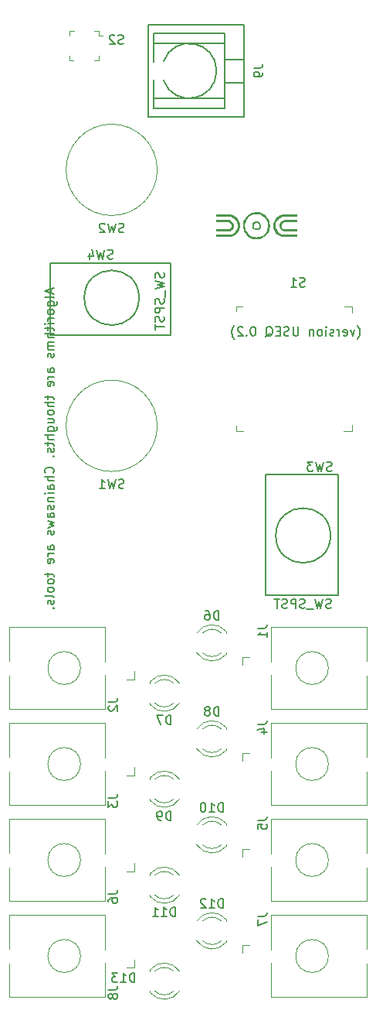
<source format=gbr>
%TF.GenerationSoftware,KiCad,Pcbnew,6.0.2+dfsg-1*%
%TF.CreationDate,2023-09-09T18:17:55+01:00*%
%TF.ProjectId,useq,75736571-2e6b-4696-9361-645f70636258,rev?*%
%TF.SameCoordinates,Original*%
%TF.FileFunction,Legend,Bot*%
%TF.FilePolarity,Positive*%
%FSLAX46Y46*%
G04 Gerber Fmt 4.6, Leading zero omitted, Abs format (unit mm)*
G04 Created by KiCad (PCBNEW 6.0.2+dfsg-1) date 2023-09-09 18:17:55*
%MOMM*%
%LPD*%
G01*
G04 APERTURE LIST*
%ADD10C,0.150000*%
%ADD11C,0.120000*%
%ADD12C,0.100000*%
G04 APERTURE END LIST*
D10*
X150866666Y-49500000D02*
X150866666Y-49976190D01*
X151152380Y-49404761D02*
X150152380Y-49738095D01*
X151152380Y-50071428D01*
X151152380Y-50547619D02*
X151104761Y-50452380D01*
X151009523Y-50404761D01*
X150152380Y-50404761D01*
X150485714Y-51357142D02*
X151295238Y-51357142D01*
X151390476Y-51309523D01*
X151438095Y-51261904D01*
X151485714Y-51166666D01*
X151485714Y-51023809D01*
X151438095Y-50928571D01*
X151104761Y-51357142D02*
X151152380Y-51261904D01*
X151152380Y-51071428D01*
X151104761Y-50976190D01*
X151057142Y-50928571D01*
X150961904Y-50880952D01*
X150676190Y-50880952D01*
X150580952Y-50928571D01*
X150533333Y-50976190D01*
X150485714Y-51071428D01*
X150485714Y-51261904D01*
X150533333Y-51357142D01*
X151152380Y-51976190D02*
X151104761Y-51880952D01*
X151057142Y-51833333D01*
X150961904Y-51785714D01*
X150676190Y-51785714D01*
X150580952Y-51833333D01*
X150533333Y-51880952D01*
X150485714Y-51976190D01*
X150485714Y-52119047D01*
X150533333Y-52214285D01*
X150580952Y-52261904D01*
X150676190Y-52309523D01*
X150961904Y-52309523D01*
X151057142Y-52261904D01*
X151104761Y-52214285D01*
X151152380Y-52119047D01*
X151152380Y-51976190D01*
X151152380Y-52738095D02*
X150485714Y-52738095D01*
X150676190Y-52738095D02*
X150580952Y-52785714D01*
X150533333Y-52833333D01*
X150485714Y-52928571D01*
X150485714Y-53023809D01*
X151152380Y-53357142D02*
X150485714Y-53357142D01*
X150152380Y-53357142D02*
X150200000Y-53309523D01*
X150247619Y-53357142D01*
X150200000Y-53404761D01*
X150152380Y-53357142D01*
X150247619Y-53357142D01*
X150485714Y-53690476D02*
X150485714Y-54071428D01*
X150152380Y-53833333D02*
X151009523Y-53833333D01*
X151104761Y-53880952D01*
X151152380Y-53976190D01*
X151152380Y-54071428D01*
X151152380Y-54404761D02*
X150152380Y-54404761D01*
X151152380Y-54833333D02*
X150628571Y-54833333D01*
X150533333Y-54785714D01*
X150485714Y-54690476D01*
X150485714Y-54547619D01*
X150533333Y-54452380D01*
X150580952Y-54404761D01*
X151152380Y-55309523D02*
X150485714Y-55309523D01*
X150580952Y-55309523D02*
X150533333Y-55357142D01*
X150485714Y-55452380D01*
X150485714Y-55595238D01*
X150533333Y-55690476D01*
X150628571Y-55738095D01*
X151152380Y-55738095D01*
X150628571Y-55738095D02*
X150533333Y-55785714D01*
X150485714Y-55880952D01*
X150485714Y-56023809D01*
X150533333Y-56119047D01*
X150628571Y-56166666D01*
X151152380Y-56166666D01*
X151104761Y-56595238D02*
X151152380Y-56690476D01*
X151152380Y-56880952D01*
X151104761Y-56976190D01*
X151009523Y-57023809D01*
X150961904Y-57023809D01*
X150866666Y-56976190D01*
X150819047Y-56880952D01*
X150819047Y-56738095D01*
X150771428Y-56642857D01*
X150676190Y-56595238D01*
X150628571Y-56595238D01*
X150533333Y-56642857D01*
X150485714Y-56738095D01*
X150485714Y-56880952D01*
X150533333Y-56976190D01*
X151152380Y-58642857D02*
X150628571Y-58642857D01*
X150533333Y-58595238D01*
X150485714Y-58500000D01*
X150485714Y-58309523D01*
X150533333Y-58214285D01*
X151104761Y-58642857D02*
X151152380Y-58547619D01*
X151152380Y-58309523D01*
X151104761Y-58214285D01*
X151009523Y-58166666D01*
X150914285Y-58166666D01*
X150819047Y-58214285D01*
X150771428Y-58309523D01*
X150771428Y-58547619D01*
X150723809Y-58642857D01*
X151152380Y-59119047D02*
X150485714Y-59119047D01*
X150676190Y-59119047D02*
X150580952Y-59166666D01*
X150533333Y-59214285D01*
X150485714Y-59309523D01*
X150485714Y-59404761D01*
X151104761Y-60119047D02*
X151152380Y-60023809D01*
X151152380Y-59833333D01*
X151104761Y-59738095D01*
X151009523Y-59690476D01*
X150628571Y-59690476D01*
X150533333Y-59738095D01*
X150485714Y-59833333D01*
X150485714Y-60023809D01*
X150533333Y-60119047D01*
X150628571Y-60166666D01*
X150723809Y-60166666D01*
X150819047Y-59690476D01*
X150485714Y-61214285D02*
X150485714Y-61595238D01*
X150152380Y-61357142D02*
X151009523Y-61357142D01*
X151104761Y-61404761D01*
X151152380Y-61500000D01*
X151152380Y-61595238D01*
X151152380Y-61928571D02*
X150152380Y-61928571D01*
X151152380Y-62357142D02*
X150628571Y-62357142D01*
X150533333Y-62309523D01*
X150485714Y-62214285D01*
X150485714Y-62071428D01*
X150533333Y-61976190D01*
X150580952Y-61928571D01*
X151152380Y-62976190D02*
X151104761Y-62880952D01*
X151057142Y-62833333D01*
X150961904Y-62785714D01*
X150676190Y-62785714D01*
X150580952Y-62833333D01*
X150533333Y-62880952D01*
X150485714Y-62976190D01*
X150485714Y-63119047D01*
X150533333Y-63214285D01*
X150580952Y-63261904D01*
X150676190Y-63309523D01*
X150961904Y-63309523D01*
X151057142Y-63261904D01*
X151104761Y-63214285D01*
X151152380Y-63119047D01*
X151152380Y-62976190D01*
X150485714Y-64166666D02*
X151152380Y-64166666D01*
X150485714Y-63738095D02*
X151009523Y-63738095D01*
X151104761Y-63785714D01*
X151152380Y-63880952D01*
X151152380Y-64023809D01*
X151104761Y-64119047D01*
X151057142Y-64166666D01*
X150485714Y-65071428D02*
X151295238Y-65071428D01*
X151390476Y-65023809D01*
X151438095Y-64976190D01*
X151485714Y-64880952D01*
X151485714Y-64738095D01*
X151438095Y-64642857D01*
X151104761Y-65071428D02*
X151152380Y-64976190D01*
X151152380Y-64785714D01*
X151104761Y-64690476D01*
X151057142Y-64642857D01*
X150961904Y-64595238D01*
X150676190Y-64595238D01*
X150580952Y-64642857D01*
X150533333Y-64690476D01*
X150485714Y-64785714D01*
X150485714Y-64976190D01*
X150533333Y-65071428D01*
X151152380Y-65547619D02*
X150152380Y-65547619D01*
X151152380Y-65976190D02*
X150628571Y-65976190D01*
X150533333Y-65928571D01*
X150485714Y-65833333D01*
X150485714Y-65690476D01*
X150533333Y-65595238D01*
X150580952Y-65547619D01*
X150485714Y-66309523D02*
X150485714Y-66690476D01*
X150152380Y-66452380D02*
X151009523Y-66452380D01*
X151104761Y-66499999D01*
X151152380Y-66595238D01*
X151152380Y-66690476D01*
X151104761Y-66976190D02*
X151152380Y-67071428D01*
X151152380Y-67261904D01*
X151104761Y-67357142D01*
X151009523Y-67404761D01*
X150961904Y-67404761D01*
X150866666Y-67357142D01*
X150819047Y-67261904D01*
X150819047Y-67119047D01*
X150771428Y-67023809D01*
X150676190Y-66976190D01*
X150628571Y-66976190D01*
X150533333Y-67023809D01*
X150485714Y-67119047D01*
X150485714Y-67261904D01*
X150533333Y-67357142D01*
X151057142Y-67833333D02*
X151104761Y-67880952D01*
X151152380Y-67833333D01*
X151104761Y-67785714D01*
X151057142Y-67833333D01*
X151152380Y-67833333D01*
X151057142Y-69642857D02*
X151104761Y-69595238D01*
X151152380Y-69452380D01*
X151152380Y-69357142D01*
X151104761Y-69214285D01*
X151009523Y-69119047D01*
X150914285Y-69071428D01*
X150723809Y-69023809D01*
X150580952Y-69023809D01*
X150390476Y-69071428D01*
X150295238Y-69119047D01*
X150200000Y-69214285D01*
X150152380Y-69357142D01*
X150152380Y-69452380D01*
X150200000Y-69595238D01*
X150247619Y-69642857D01*
X151152380Y-70071428D02*
X150152380Y-70071428D01*
X151152380Y-70499999D02*
X150628571Y-70499999D01*
X150533333Y-70452380D01*
X150485714Y-70357142D01*
X150485714Y-70214285D01*
X150533333Y-70119047D01*
X150580952Y-70071428D01*
X151152380Y-71404761D02*
X150628571Y-71404761D01*
X150533333Y-71357142D01*
X150485714Y-71261904D01*
X150485714Y-71071428D01*
X150533333Y-70976190D01*
X151104761Y-71404761D02*
X151152380Y-71309523D01*
X151152380Y-71071428D01*
X151104761Y-70976190D01*
X151009523Y-70928571D01*
X150914285Y-70928571D01*
X150819047Y-70976190D01*
X150771428Y-71071428D01*
X150771428Y-71309523D01*
X150723809Y-71404761D01*
X151152380Y-71880952D02*
X150485714Y-71880952D01*
X150152380Y-71880952D02*
X150200000Y-71833333D01*
X150247619Y-71880952D01*
X150200000Y-71928571D01*
X150152380Y-71880952D01*
X150247619Y-71880952D01*
X150485714Y-72357142D02*
X151152380Y-72357142D01*
X150580952Y-72357142D02*
X150533333Y-72404761D01*
X150485714Y-72499999D01*
X150485714Y-72642857D01*
X150533333Y-72738095D01*
X150628571Y-72785714D01*
X151152380Y-72785714D01*
X151104761Y-73214285D02*
X151152380Y-73309523D01*
X151152380Y-73499999D01*
X151104761Y-73595238D01*
X151009523Y-73642857D01*
X150961904Y-73642857D01*
X150866666Y-73595238D01*
X150819047Y-73499999D01*
X150819047Y-73357142D01*
X150771428Y-73261904D01*
X150676190Y-73214285D01*
X150628571Y-73214285D01*
X150533333Y-73261904D01*
X150485714Y-73357142D01*
X150485714Y-73499999D01*
X150533333Y-73595238D01*
X151152380Y-74499999D02*
X150628571Y-74499999D01*
X150533333Y-74452380D01*
X150485714Y-74357142D01*
X150485714Y-74166666D01*
X150533333Y-74071428D01*
X151104761Y-74499999D02*
X151152380Y-74404761D01*
X151152380Y-74166666D01*
X151104761Y-74071428D01*
X151009523Y-74023809D01*
X150914285Y-74023809D01*
X150819047Y-74071428D01*
X150771428Y-74166666D01*
X150771428Y-74404761D01*
X150723809Y-74499999D01*
X150485714Y-74880952D02*
X151152380Y-75071428D01*
X150676190Y-75261904D01*
X151152380Y-75452380D01*
X150485714Y-75642857D01*
X151104761Y-75976190D02*
X151152380Y-76071428D01*
X151152380Y-76261904D01*
X151104761Y-76357142D01*
X151009523Y-76404761D01*
X150961904Y-76404761D01*
X150866666Y-76357142D01*
X150819047Y-76261904D01*
X150819047Y-76119047D01*
X150771428Y-76023809D01*
X150676190Y-75976190D01*
X150628571Y-75976190D01*
X150533333Y-76023809D01*
X150485714Y-76119047D01*
X150485714Y-76261904D01*
X150533333Y-76357142D01*
X151152380Y-78023809D02*
X150628571Y-78023809D01*
X150533333Y-77976190D01*
X150485714Y-77880952D01*
X150485714Y-77690476D01*
X150533333Y-77595238D01*
X151104761Y-78023809D02*
X151152380Y-77928571D01*
X151152380Y-77690476D01*
X151104761Y-77595238D01*
X151009523Y-77547619D01*
X150914285Y-77547619D01*
X150819047Y-77595238D01*
X150771428Y-77690476D01*
X150771428Y-77928571D01*
X150723809Y-78023809D01*
X151152380Y-78499999D02*
X150485714Y-78499999D01*
X150676190Y-78499999D02*
X150580952Y-78547619D01*
X150533333Y-78595238D01*
X150485714Y-78690476D01*
X150485714Y-78785714D01*
X151104761Y-79499999D02*
X151152380Y-79404761D01*
X151152380Y-79214285D01*
X151104761Y-79119047D01*
X151009523Y-79071428D01*
X150628571Y-79071428D01*
X150533333Y-79119047D01*
X150485714Y-79214285D01*
X150485714Y-79404761D01*
X150533333Y-79499999D01*
X150628571Y-79547619D01*
X150723809Y-79547619D01*
X150819047Y-79071428D01*
X150485714Y-80595238D02*
X150485714Y-80976190D01*
X150152380Y-80738095D02*
X151009523Y-80738095D01*
X151104761Y-80785714D01*
X151152380Y-80880952D01*
X151152380Y-80976190D01*
X151152380Y-81452380D02*
X151104761Y-81357142D01*
X151057142Y-81309523D01*
X150961904Y-81261904D01*
X150676190Y-81261904D01*
X150580952Y-81309523D01*
X150533333Y-81357142D01*
X150485714Y-81452380D01*
X150485714Y-81595238D01*
X150533333Y-81690476D01*
X150580952Y-81738095D01*
X150676190Y-81785714D01*
X150961904Y-81785714D01*
X151057142Y-81738095D01*
X151104761Y-81690476D01*
X151152380Y-81595238D01*
X151152380Y-81452380D01*
X151152380Y-82357142D02*
X151104761Y-82261904D01*
X151057142Y-82214285D01*
X150961904Y-82166666D01*
X150676190Y-82166666D01*
X150580952Y-82214285D01*
X150533333Y-82261904D01*
X150485714Y-82357142D01*
X150485714Y-82499999D01*
X150533333Y-82595238D01*
X150580952Y-82642857D01*
X150676190Y-82690476D01*
X150961904Y-82690476D01*
X151057142Y-82642857D01*
X151104761Y-82595238D01*
X151152380Y-82499999D01*
X151152380Y-82357142D01*
X151152380Y-83261904D02*
X151104761Y-83166666D01*
X151009523Y-83119047D01*
X150152380Y-83119047D01*
X151104761Y-83595238D02*
X151152380Y-83690476D01*
X151152380Y-83880952D01*
X151104761Y-83976190D01*
X151009523Y-84023809D01*
X150961904Y-84023809D01*
X150866666Y-83976190D01*
X150819047Y-83880952D01*
X150819047Y-83738095D01*
X150771428Y-83642857D01*
X150676190Y-83595238D01*
X150628571Y-83595238D01*
X150533333Y-83642857D01*
X150485714Y-83738095D01*
X150485714Y-83880952D01*
X150533333Y-83976190D01*
X151057142Y-84452380D02*
X151104761Y-84499999D01*
X151152380Y-84452380D01*
X151104761Y-84404761D01*
X151057142Y-84452380D01*
X151152380Y-84452380D01*
X184438095Y-55033333D02*
X184485714Y-54985714D01*
X184580952Y-54842857D01*
X184628571Y-54747619D01*
X184676190Y-54604761D01*
X184723809Y-54366666D01*
X184723809Y-54176190D01*
X184676190Y-53938095D01*
X184628571Y-53795238D01*
X184580952Y-53700000D01*
X184485714Y-53557142D01*
X184438095Y-53509523D01*
X184152380Y-53985714D02*
X183914285Y-54652380D01*
X183676190Y-53985714D01*
X182914285Y-54604761D02*
X183009523Y-54652380D01*
X183200000Y-54652380D01*
X183295238Y-54604761D01*
X183342857Y-54509523D01*
X183342857Y-54128571D01*
X183295238Y-54033333D01*
X183200000Y-53985714D01*
X183009523Y-53985714D01*
X182914285Y-54033333D01*
X182866666Y-54128571D01*
X182866666Y-54223809D01*
X183342857Y-54319047D01*
X182438095Y-54652380D02*
X182438095Y-53985714D01*
X182438095Y-54176190D02*
X182390476Y-54080952D01*
X182342857Y-54033333D01*
X182247619Y-53985714D01*
X182152380Y-53985714D01*
X181866666Y-54604761D02*
X181771428Y-54652380D01*
X181580952Y-54652380D01*
X181485714Y-54604761D01*
X181438095Y-54509523D01*
X181438095Y-54461904D01*
X181485714Y-54366666D01*
X181580952Y-54319047D01*
X181723809Y-54319047D01*
X181819047Y-54271428D01*
X181866666Y-54176190D01*
X181866666Y-54128571D01*
X181819047Y-54033333D01*
X181723809Y-53985714D01*
X181580952Y-53985714D01*
X181485714Y-54033333D01*
X181009523Y-54652380D02*
X181009523Y-53985714D01*
X181009523Y-53652380D02*
X181057142Y-53700000D01*
X181009523Y-53747619D01*
X180961904Y-53700000D01*
X181009523Y-53652380D01*
X181009523Y-53747619D01*
X180390476Y-54652380D02*
X180485714Y-54604761D01*
X180533333Y-54557142D01*
X180580952Y-54461904D01*
X180580952Y-54176190D01*
X180533333Y-54080952D01*
X180485714Y-54033333D01*
X180390476Y-53985714D01*
X180247619Y-53985714D01*
X180152380Y-54033333D01*
X180104761Y-54080952D01*
X180057142Y-54176190D01*
X180057142Y-54461904D01*
X180104761Y-54557142D01*
X180152380Y-54604761D01*
X180247619Y-54652380D01*
X180390476Y-54652380D01*
X179628571Y-53985714D02*
X179628571Y-54652380D01*
X179628571Y-54080952D02*
X179580952Y-54033333D01*
X179485714Y-53985714D01*
X179342857Y-53985714D01*
X179247619Y-54033333D01*
X179200000Y-54128571D01*
X179200000Y-54652380D01*
X177961904Y-53652380D02*
X177961904Y-54461904D01*
X177914285Y-54557142D01*
X177866666Y-54604761D01*
X177771428Y-54652380D01*
X177580952Y-54652380D01*
X177485714Y-54604761D01*
X177438095Y-54557142D01*
X177390476Y-54461904D01*
X177390476Y-53652380D01*
X176961904Y-54604761D02*
X176819047Y-54652380D01*
X176580952Y-54652380D01*
X176485714Y-54604761D01*
X176438095Y-54557142D01*
X176390476Y-54461904D01*
X176390476Y-54366666D01*
X176438095Y-54271428D01*
X176485714Y-54223809D01*
X176580952Y-54176190D01*
X176771428Y-54128571D01*
X176866666Y-54080952D01*
X176914285Y-54033333D01*
X176961904Y-53938095D01*
X176961904Y-53842857D01*
X176914285Y-53747619D01*
X176866666Y-53700000D01*
X176771428Y-53652380D01*
X176533333Y-53652380D01*
X176390476Y-53700000D01*
X175961904Y-54128571D02*
X175628571Y-54128571D01*
X175485714Y-54652380D02*
X175961904Y-54652380D01*
X175961904Y-53652380D01*
X175485714Y-53652380D01*
X174390476Y-54747619D02*
X174485714Y-54700000D01*
X174580952Y-54604761D01*
X174723809Y-54461904D01*
X174819047Y-54414285D01*
X174914285Y-54414285D01*
X174866666Y-54652380D02*
X174961904Y-54604761D01*
X175057142Y-54509523D01*
X175104761Y-54319047D01*
X175104761Y-53985714D01*
X175057142Y-53795238D01*
X174961904Y-53700000D01*
X174866666Y-53652380D01*
X174676190Y-53652380D01*
X174580952Y-53700000D01*
X174485714Y-53795238D01*
X174438095Y-53985714D01*
X174438095Y-54319047D01*
X174485714Y-54509523D01*
X174580952Y-54604761D01*
X174676190Y-54652380D01*
X174866666Y-54652380D01*
X173057142Y-53652380D02*
X172961904Y-53652380D01*
X172866666Y-53700000D01*
X172819047Y-53747619D01*
X172771428Y-53842857D01*
X172723809Y-54033333D01*
X172723809Y-54271428D01*
X172771428Y-54461904D01*
X172819047Y-54557142D01*
X172866666Y-54604761D01*
X172961904Y-54652380D01*
X173057142Y-54652380D01*
X173152380Y-54604761D01*
X173200000Y-54557142D01*
X173247619Y-54461904D01*
X173295238Y-54271428D01*
X173295238Y-54033333D01*
X173247619Y-53842857D01*
X173200000Y-53747619D01*
X173152380Y-53700000D01*
X173057142Y-53652380D01*
X172295238Y-54557142D02*
X172247619Y-54604761D01*
X172295238Y-54652380D01*
X172342857Y-54604761D01*
X172295238Y-54557142D01*
X172295238Y-54652380D01*
X171866666Y-53747619D02*
X171819047Y-53700000D01*
X171723809Y-53652380D01*
X171485714Y-53652380D01*
X171390476Y-53700000D01*
X171342857Y-53747619D01*
X171295238Y-53842857D01*
X171295238Y-53938095D01*
X171342857Y-54080952D01*
X171914285Y-54652380D01*
X171295238Y-54652380D01*
X170961904Y-55033333D02*
X170914285Y-54985714D01*
X170819047Y-54842857D01*
X170771428Y-54747619D01*
X170723809Y-54604761D01*
X170676190Y-54366666D01*
X170676190Y-54176190D01*
X170723809Y-53938095D01*
X170771428Y-53795238D01*
X170819047Y-53700000D01*
X170914285Y-53557142D01*
X170961904Y-53509523D01*
%TO.C,SW3*%
X181633333Y-69404761D02*
X181490476Y-69452380D01*
X181252380Y-69452380D01*
X181157142Y-69404761D01*
X181109523Y-69357142D01*
X181061904Y-69261904D01*
X181061904Y-69166666D01*
X181109523Y-69071428D01*
X181157142Y-69023809D01*
X181252380Y-68976190D01*
X181442857Y-68928571D01*
X181538095Y-68880952D01*
X181585714Y-68833333D01*
X181633333Y-68738095D01*
X181633333Y-68642857D01*
X181585714Y-68547619D01*
X181538095Y-68500000D01*
X181442857Y-68452380D01*
X181204761Y-68452380D01*
X181061904Y-68500000D01*
X180728571Y-68452380D02*
X180490476Y-69452380D01*
X180300000Y-68738095D01*
X180109523Y-69452380D01*
X179871428Y-68452380D01*
X179585714Y-68452380D02*
X178966666Y-68452380D01*
X179300000Y-68833333D01*
X179157142Y-68833333D01*
X179061904Y-68880952D01*
X179014285Y-68928571D01*
X178966666Y-69023809D01*
X178966666Y-69261904D01*
X179014285Y-69357142D01*
X179061904Y-69404761D01*
X179157142Y-69452380D01*
X179442857Y-69452380D01*
X179538095Y-69404761D01*
X179585714Y-69357142D01*
X181571428Y-84404761D02*
X181428571Y-84452380D01*
X181190476Y-84452380D01*
X181095238Y-84404761D01*
X181047619Y-84357142D01*
X181000000Y-84261904D01*
X181000000Y-84166666D01*
X181047619Y-84071428D01*
X181095238Y-84023809D01*
X181190476Y-83976190D01*
X181380952Y-83928571D01*
X181476190Y-83880952D01*
X181523809Y-83833333D01*
X181571428Y-83738095D01*
X181571428Y-83642857D01*
X181523809Y-83547619D01*
X181476190Y-83500000D01*
X181380952Y-83452380D01*
X181142857Y-83452380D01*
X181000000Y-83500000D01*
X180666666Y-83452380D02*
X180428571Y-84452380D01*
X180238095Y-83738095D01*
X180047619Y-84452380D01*
X179809523Y-83452380D01*
X179666666Y-84547619D02*
X178904761Y-84547619D01*
X178714285Y-84404761D02*
X178571428Y-84452380D01*
X178333333Y-84452380D01*
X178238095Y-84404761D01*
X178190476Y-84357142D01*
X178142857Y-84261904D01*
X178142857Y-84166666D01*
X178190476Y-84071428D01*
X178238095Y-84023809D01*
X178333333Y-83976190D01*
X178523809Y-83928571D01*
X178619047Y-83880952D01*
X178666666Y-83833333D01*
X178714285Y-83738095D01*
X178714285Y-83642857D01*
X178666666Y-83547619D01*
X178619047Y-83500000D01*
X178523809Y-83452380D01*
X178285714Y-83452380D01*
X178142857Y-83500000D01*
X177714285Y-84452380D02*
X177714285Y-83452380D01*
X177333333Y-83452380D01*
X177238095Y-83500000D01*
X177190476Y-83547619D01*
X177142857Y-83642857D01*
X177142857Y-83785714D01*
X177190476Y-83880952D01*
X177238095Y-83928571D01*
X177333333Y-83976190D01*
X177714285Y-83976190D01*
X176761904Y-84404761D02*
X176619047Y-84452380D01*
X176380952Y-84452380D01*
X176285714Y-84404761D01*
X176238095Y-84357142D01*
X176190476Y-84261904D01*
X176190476Y-84166666D01*
X176238095Y-84071428D01*
X176285714Y-84023809D01*
X176380952Y-83976190D01*
X176571428Y-83928571D01*
X176666666Y-83880952D01*
X176714285Y-83833333D01*
X176761904Y-83738095D01*
X176761904Y-83642857D01*
X176714285Y-83547619D01*
X176666666Y-83500000D01*
X176571428Y-83452380D01*
X176333333Y-83452380D01*
X176190476Y-83500000D01*
X175904761Y-83452380D02*
X175333333Y-83452380D01*
X175619047Y-84452380D02*
X175619047Y-83452380D01*
%TO.C,SW2*%
X158833333Y-43304761D02*
X158690476Y-43352380D01*
X158452380Y-43352380D01*
X158357142Y-43304761D01*
X158309523Y-43257142D01*
X158261904Y-43161904D01*
X158261904Y-43066666D01*
X158309523Y-42971428D01*
X158357142Y-42923809D01*
X158452380Y-42876190D01*
X158642857Y-42828571D01*
X158738095Y-42780952D01*
X158785714Y-42733333D01*
X158833333Y-42638095D01*
X158833333Y-42542857D01*
X158785714Y-42447619D01*
X158738095Y-42400000D01*
X158642857Y-42352380D01*
X158404761Y-42352380D01*
X158261904Y-42400000D01*
X157928571Y-42352380D02*
X157690476Y-43352380D01*
X157500000Y-42638095D01*
X157309523Y-43352380D01*
X157071428Y-42352380D01*
X156738095Y-42447619D02*
X156690476Y-42400000D01*
X156595238Y-42352380D01*
X156357142Y-42352380D01*
X156261904Y-42400000D01*
X156214285Y-42447619D01*
X156166666Y-42542857D01*
X156166666Y-42638095D01*
X156214285Y-42780952D01*
X156785714Y-43352380D01*
X156166666Y-43352380D01*
%TO.C,D12*%
X169719285Y-117242380D02*
X169719285Y-116242380D01*
X169481190Y-116242380D01*
X169338333Y-116290000D01*
X169243095Y-116385238D01*
X169195476Y-116480476D01*
X169147857Y-116670952D01*
X169147857Y-116813809D01*
X169195476Y-117004285D01*
X169243095Y-117099523D01*
X169338333Y-117194761D01*
X169481190Y-117242380D01*
X169719285Y-117242380D01*
X168195476Y-117242380D02*
X168766904Y-117242380D01*
X168481190Y-117242380D02*
X168481190Y-116242380D01*
X168576428Y-116385238D01*
X168671666Y-116480476D01*
X168766904Y-116528095D01*
X167814523Y-116337619D02*
X167766904Y-116290000D01*
X167671666Y-116242380D01*
X167433571Y-116242380D01*
X167338333Y-116290000D01*
X167290714Y-116337619D01*
X167243095Y-116432857D01*
X167243095Y-116528095D01*
X167290714Y-116670952D01*
X167862142Y-117242380D01*
X167243095Y-117242380D01*
%TO.C,D6*%
X169243095Y-85742380D02*
X169243095Y-84742380D01*
X169005000Y-84742380D01*
X168862142Y-84790000D01*
X168766904Y-84885238D01*
X168719285Y-84980476D01*
X168671666Y-85170952D01*
X168671666Y-85313809D01*
X168719285Y-85504285D01*
X168766904Y-85599523D01*
X168862142Y-85694761D01*
X169005000Y-85742380D01*
X169243095Y-85742380D01*
X167814523Y-84742380D02*
X168005000Y-84742380D01*
X168100238Y-84790000D01*
X168147857Y-84837619D01*
X168243095Y-84980476D01*
X168290714Y-85170952D01*
X168290714Y-85551904D01*
X168243095Y-85647142D01*
X168195476Y-85694761D01*
X168100238Y-85742380D01*
X167909761Y-85742380D01*
X167814523Y-85694761D01*
X167766904Y-85647142D01*
X167719285Y-85551904D01*
X167719285Y-85313809D01*
X167766904Y-85218571D01*
X167814523Y-85170952D01*
X167909761Y-85123333D01*
X168100238Y-85123333D01*
X168195476Y-85170952D01*
X168243095Y-85218571D01*
X168290714Y-85313809D01*
%TO.C,S2*%
X158761904Y-22704761D02*
X158619047Y-22752380D01*
X158380952Y-22752380D01*
X158285714Y-22704761D01*
X158238095Y-22657142D01*
X158190476Y-22561904D01*
X158190476Y-22466666D01*
X158238095Y-22371428D01*
X158285714Y-22323809D01*
X158380952Y-22276190D01*
X158571428Y-22228571D01*
X158666666Y-22180952D01*
X158714285Y-22133333D01*
X158761904Y-22038095D01*
X158761904Y-21942857D01*
X158714285Y-21847619D01*
X158666666Y-21800000D01*
X158571428Y-21752380D01*
X158333333Y-21752380D01*
X158190476Y-21800000D01*
X157809523Y-21847619D02*
X157761904Y-21800000D01*
X157666666Y-21752380D01*
X157428571Y-21752380D01*
X157333333Y-21800000D01*
X157285714Y-21847619D01*
X157238095Y-21942857D01*
X157238095Y-22038095D01*
X157285714Y-22180952D01*
X157857142Y-22752380D01*
X157238095Y-22752380D01*
%TO.C,SW1*%
X158833333Y-71304761D02*
X158690476Y-71352380D01*
X158452380Y-71352380D01*
X158357142Y-71304761D01*
X158309523Y-71257142D01*
X158261904Y-71161904D01*
X158261904Y-71066666D01*
X158309523Y-70971428D01*
X158357142Y-70923809D01*
X158452380Y-70876190D01*
X158642857Y-70828571D01*
X158738095Y-70780952D01*
X158785714Y-70733333D01*
X158833333Y-70638095D01*
X158833333Y-70542857D01*
X158785714Y-70447619D01*
X158738095Y-70400000D01*
X158642857Y-70352380D01*
X158404761Y-70352380D01*
X158261904Y-70400000D01*
X157928571Y-70352380D02*
X157690476Y-71352380D01*
X157500000Y-70638095D01*
X157309523Y-71352380D01*
X157071428Y-70352380D01*
X156166666Y-71352380D02*
X156738095Y-71352380D01*
X156452380Y-71352380D02*
X156452380Y-70352380D01*
X156547619Y-70495238D01*
X156642857Y-70590476D01*
X156738095Y-70638095D01*
%TO.C,J7*%
X173532380Y-118136666D02*
X174246666Y-118136666D01*
X174389523Y-118089047D01*
X174484761Y-117993809D01*
X174532380Y-117850952D01*
X174532380Y-117755714D01*
X173532380Y-118517619D02*
X173532380Y-119184285D01*
X174532380Y-118755714D01*
%TO.C,D13*%
X160014285Y-125352380D02*
X160014285Y-124352380D01*
X159776190Y-124352380D01*
X159633333Y-124400000D01*
X159538095Y-124495238D01*
X159490476Y-124590476D01*
X159442857Y-124780952D01*
X159442857Y-124923809D01*
X159490476Y-125114285D01*
X159538095Y-125209523D01*
X159633333Y-125304761D01*
X159776190Y-125352380D01*
X160014285Y-125352380D01*
X158490476Y-125352380D02*
X159061904Y-125352380D01*
X158776190Y-125352380D02*
X158776190Y-124352380D01*
X158871428Y-124495238D01*
X158966666Y-124590476D01*
X159061904Y-124638095D01*
X158157142Y-124352380D02*
X157538095Y-124352380D01*
X157871428Y-124733333D01*
X157728571Y-124733333D01*
X157633333Y-124780952D01*
X157585714Y-124828571D01*
X157538095Y-124923809D01*
X157538095Y-125161904D01*
X157585714Y-125257142D01*
X157633333Y-125304761D01*
X157728571Y-125352380D01*
X158014285Y-125352380D01*
X158109523Y-125304761D01*
X158157142Y-125257142D01*
%TO.C,J4*%
X173532380Y-97136666D02*
X174246666Y-97136666D01*
X174389523Y-97089047D01*
X174484761Y-96993809D01*
X174532380Y-96850952D01*
X174532380Y-96755714D01*
X173865714Y-98041428D02*
X174532380Y-98041428D01*
X173484761Y-97803333D02*
X174199047Y-97565238D01*
X174199047Y-98184285D01*
%TO.C,D7*%
X164008095Y-97162380D02*
X164008095Y-96162380D01*
X163770000Y-96162380D01*
X163627142Y-96210000D01*
X163531904Y-96305238D01*
X163484285Y-96400476D01*
X163436666Y-96590952D01*
X163436666Y-96733809D01*
X163484285Y-96924285D01*
X163531904Y-97019523D01*
X163627142Y-97114761D01*
X163770000Y-97162380D01*
X164008095Y-97162380D01*
X163103333Y-96162380D02*
X162436666Y-96162380D01*
X162865238Y-97162380D01*
%TO.C,J3*%
X157152380Y-105196666D02*
X157866666Y-105196666D01*
X158009523Y-105149047D01*
X158104761Y-105053809D01*
X158152380Y-104910952D01*
X158152380Y-104815714D01*
X157152380Y-105577619D02*
X157152380Y-106196666D01*
X157533333Y-105863333D01*
X157533333Y-106006190D01*
X157580952Y-106101428D01*
X157628571Y-106149047D01*
X157723809Y-106196666D01*
X157961904Y-106196666D01*
X158057142Y-106149047D01*
X158104761Y-106101428D01*
X158152380Y-106006190D01*
X158152380Y-105720476D01*
X158104761Y-105625238D01*
X158057142Y-105577619D01*
%TO.C,D9*%
X164008095Y-107662380D02*
X164008095Y-106662380D01*
X163770000Y-106662380D01*
X163627142Y-106710000D01*
X163531904Y-106805238D01*
X163484285Y-106900476D01*
X163436666Y-107090952D01*
X163436666Y-107233809D01*
X163484285Y-107424285D01*
X163531904Y-107519523D01*
X163627142Y-107614761D01*
X163770000Y-107662380D01*
X164008095Y-107662380D01*
X162960476Y-107662380D02*
X162770000Y-107662380D01*
X162674761Y-107614761D01*
X162627142Y-107567142D01*
X162531904Y-107424285D01*
X162484285Y-107233809D01*
X162484285Y-106852857D01*
X162531904Y-106757619D01*
X162579523Y-106710000D01*
X162674761Y-106662380D01*
X162865238Y-106662380D01*
X162960476Y-106710000D01*
X163008095Y-106757619D01*
X163055714Y-106852857D01*
X163055714Y-107090952D01*
X163008095Y-107186190D01*
X162960476Y-107233809D01*
X162865238Y-107281428D01*
X162674761Y-107281428D01*
X162579523Y-107233809D01*
X162531904Y-107186190D01*
X162484285Y-107090952D01*
%TO.C,J9*%
X173072380Y-25341666D02*
X173786666Y-25341666D01*
X173929523Y-25294047D01*
X174024761Y-25198809D01*
X174072380Y-25055952D01*
X174072380Y-24960714D01*
X174072380Y-25865476D02*
X174072380Y-26055952D01*
X174024761Y-26151190D01*
X173977142Y-26198809D01*
X173834285Y-26294047D01*
X173643809Y-26341666D01*
X173262857Y-26341666D01*
X173167619Y-26294047D01*
X173120000Y-26246428D01*
X173072380Y-26151190D01*
X173072380Y-25960714D01*
X173120000Y-25865476D01*
X173167619Y-25817857D01*
X173262857Y-25770238D01*
X173500952Y-25770238D01*
X173596190Y-25817857D01*
X173643809Y-25865476D01*
X173691428Y-25960714D01*
X173691428Y-26151190D01*
X173643809Y-26246428D01*
X173596190Y-26294047D01*
X173500952Y-26341666D01*
%TO.C,J1*%
X173532380Y-86636666D02*
X174246666Y-86636666D01*
X174389523Y-86589047D01*
X174484761Y-86493809D01*
X174532380Y-86350952D01*
X174532380Y-86255714D01*
X174532380Y-87636666D02*
X174532380Y-87065238D01*
X174532380Y-87350952D02*
X173532380Y-87350952D01*
X173675238Y-87255714D01*
X173770476Y-87160476D01*
X173818095Y-87065238D01*
%TO.C,J8*%
X157152380Y-126196666D02*
X157866666Y-126196666D01*
X158009523Y-126149047D01*
X158104761Y-126053809D01*
X158152380Y-125910952D01*
X158152380Y-125815714D01*
X157580952Y-126815714D02*
X157533333Y-126720476D01*
X157485714Y-126672857D01*
X157390476Y-126625238D01*
X157342857Y-126625238D01*
X157247619Y-126672857D01*
X157200000Y-126720476D01*
X157152380Y-126815714D01*
X157152380Y-127006190D01*
X157200000Y-127101428D01*
X157247619Y-127149047D01*
X157342857Y-127196666D01*
X157390476Y-127196666D01*
X157485714Y-127149047D01*
X157533333Y-127101428D01*
X157580952Y-127006190D01*
X157580952Y-126815714D01*
X157628571Y-126720476D01*
X157676190Y-126672857D01*
X157771428Y-126625238D01*
X157961904Y-126625238D01*
X158057142Y-126672857D01*
X158104761Y-126720476D01*
X158152380Y-126815714D01*
X158152380Y-127006190D01*
X158104761Y-127101428D01*
X158057142Y-127149047D01*
X157961904Y-127196666D01*
X157771428Y-127196666D01*
X157676190Y-127149047D01*
X157628571Y-127101428D01*
X157580952Y-127006190D01*
%TO.C,J6*%
X157152380Y-115696666D02*
X157866666Y-115696666D01*
X158009523Y-115649047D01*
X158104761Y-115553809D01*
X158152380Y-115410952D01*
X158152380Y-115315714D01*
X157152380Y-116601428D02*
X157152380Y-116410952D01*
X157200000Y-116315714D01*
X157247619Y-116268095D01*
X157390476Y-116172857D01*
X157580952Y-116125238D01*
X157961904Y-116125238D01*
X158057142Y-116172857D01*
X158104761Y-116220476D01*
X158152380Y-116315714D01*
X158152380Y-116506190D01*
X158104761Y-116601428D01*
X158057142Y-116649047D01*
X157961904Y-116696666D01*
X157723809Y-116696666D01*
X157628571Y-116649047D01*
X157580952Y-116601428D01*
X157533333Y-116506190D01*
X157533333Y-116315714D01*
X157580952Y-116220476D01*
X157628571Y-116172857D01*
X157723809Y-116125238D01*
%TO.C,D11*%
X164484285Y-118162380D02*
X164484285Y-117162380D01*
X164246190Y-117162380D01*
X164103333Y-117210000D01*
X164008095Y-117305238D01*
X163960476Y-117400476D01*
X163912857Y-117590952D01*
X163912857Y-117733809D01*
X163960476Y-117924285D01*
X164008095Y-118019523D01*
X164103333Y-118114761D01*
X164246190Y-118162380D01*
X164484285Y-118162380D01*
X162960476Y-118162380D02*
X163531904Y-118162380D01*
X163246190Y-118162380D02*
X163246190Y-117162380D01*
X163341428Y-117305238D01*
X163436666Y-117400476D01*
X163531904Y-117448095D01*
X162008095Y-118162380D02*
X162579523Y-118162380D01*
X162293809Y-118162380D02*
X162293809Y-117162380D01*
X162389047Y-117305238D01*
X162484285Y-117400476D01*
X162579523Y-117448095D01*
%TO.C,D10*%
X169719285Y-106742380D02*
X169719285Y-105742380D01*
X169481190Y-105742380D01*
X169338333Y-105790000D01*
X169243095Y-105885238D01*
X169195476Y-105980476D01*
X169147857Y-106170952D01*
X169147857Y-106313809D01*
X169195476Y-106504285D01*
X169243095Y-106599523D01*
X169338333Y-106694761D01*
X169481190Y-106742380D01*
X169719285Y-106742380D01*
X168195476Y-106742380D02*
X168766904Y-106742380D01*
X168481190Y-106742380D02*
X168481190Y-105742380D01*
X168576428Y-105885238D01*
X168671666Y-105980476D01*
X168766904Y-106028095D01*
X167576428Y-105742380D02*
X167481190Y-105742380D01*
X167385952Y-105790000D01*
X167338333Y-105837619D01*
X167290714Y-105932857D01*
X167243095Y-106123333D01*
X167243095Y-106361428D01*
X167290714Y-106551904D01*
X167338333Y-106647142D01*
X167385952Y-106694761D01*
X167481190Y-106742380D01*
X167576428Y-106742380D01*
X167671666Y-106694761D01*
X167719285Y-106647142D01*
X167766904Y-106551904D01*
X167814523Y-106361428D01*
X167814523Y-106123333D01*
X167766904Y-105932857D01*
X167719285Y-105837619D01*
X167671666Y-105790000D01*
X167576428Y-105742380D01*
%TO.C,S1*%
X178686904Y-49254761D02*
X178544047Y-49302380D01*
X178305952Y-49302380D01*
X178210714Y-49254761D01*
X178163095Y-49207142D01*
X178115476Y-49111904D01*
X178115476Y-49016666D01*
X178163095Y-48921428D01*
X178210714Y-48873809D01*
X178305952Y-48826190D01*
X178496428Y-48778571D01*
X178591666Y-48730952D01*
X178639285Y-48683333D01*
X178686904Y-48588095D01*
X178686904Y-48492857D01*
X178639285Y-48397619D01*
X178591666Y-48350000D01*
X178496428Y-48302380D01*
X178258333Y-48302380D01*
X178115476Y-48350000D01*
X177163095Y-49302380D02*
X177734523Y-49302380D01*
X177448809Y-49302380D02*
X177448809Y-48302380D01*
X177544047Y-48445238D01*
X177639285Y-48540476D01*
X177734523Y-48588095D01*
%TO.C,J2*%
X157152380Y-94696666D02*
X157866666Y-94696666D01*
X158009523Y-94649047D01*
X158104761Y-94553809D01*
X158152380Y-94410952D01*
X158152380Y-94315714D01*
X157247619Y-95125238D02*
X157200000Y-95172857D01*
X157152380Y-95268095D01*
X157152380Y-95506190D01*
X157200000Y-95601428D01*
X157247619Y-95649047D01*
X157342857Y-95696666D01*
X157438095Y-95696666D01*
X157580952Y-95649047D01*
X158152380Y-95077619D01*
X158152380Y-95696666D01*
%TO.C,D8*%
X169243095Y-96242380D02*
X169243095Y-95242380D01*
X169005000Y-95242380D01*
X168862142Y-95290000D01*
X168766904Y-95385238D01*
X168719285Y-95480476D01*
X168671666Y-95670952D01*
X168671666Y-95813809D01*
X168719285Y-96004285D01*
X168766904Y-96099523D01*
X168862142Y-96194761D01*
X169005000Y-96242380D01*
X169243095Y-96242380D01*
X168100238Y-95670952D02*
X168195476Y-95623333D01*
X168243095Y-95575714D01*
X168290714Y-95480476D01*
X168290714Y-95432857D01*
X168243095Y-95337619D01*
X168195476Y-95290000D01*
X168100238Y-95242380D01*
X167909761Y-95242380D01*
X167814523Y-95290000D01*
X167766904Y-95337619D01*
X167719285Y-95432857D01*
X167719285Y-95480476D01*
X167766904Y-95575714D01*
X167814523Y-95623333D01*
X167909761Y-95670952D01*
X168100238Y-95670952D01*
X168195476Y-95718571D01*
X168243095Y-95766190D01*
X168290714Y-95861428D01*
X168290714Y-96051904D01*
X168243095Y-96147142D01*
X168195476Y-96194761D01*
X168100238Y-96242380D01*
X167909761Y-96242380D01*
X167814523Y-96194761D01*
X167766904Y-96147142D01*
X167719285Y-96051904D01*
X167719285Y-95861428D01*
X167766904Y-95766190D01*
X167814523Y-95718571D01*
X167909761Y-95670952D01*
%TO.C,SW4*%
X157633333Y-46204761D02*
X157490476Y-46252380D01*
X157252380Y-46252380D01*
X157157142Y-46204761D01*
X157109523Y-46157142D01*
X157061904Y-46061904D01*
X157061904Y-45966666D01*
X157109523Y-45871428D01*
X157157142Y-45823809D01*
X157252380Y-45776190D01*
X157442857Y-45728571D01*
X157538095Y-45680952D01*
X157585714Y-45633333D01*
X157633333Y-45538095D01*
X157633333Y-45442857D01*
X157585714Y-45347619D01*
X157538095Y-45300000D01*
X157442857Y-45252380D01*
X157204761Y-45252380D01*
X157061904Y-45300000D01*
X156728571Y-45252380D02*
X156490476Y-46252380D01*
X156300000Y-45538095D01*
X156109523Y-46252380D01*
X155871428Y-45252380D01*
X155061904Y-45585714D02*
X155061904Y-46252380D01*
X155300000Y-45204761D02*
X155538095Y-45919047D01*
X154919047Y-45919047D01*
X163204761Y-47728571D02*
X163252380Y-47871428D01*
X163252380Y-48109523D01*
X163204761Y-48204761D01*
X163157142Y-48252380D01*
X163061904Y-48300000D01*
X162966666Y-48300000D01*
X162871428Y-48252380D01*
X162823809Y-48204761D01*
X162776190Y-48109523D01*
X162728571Y-47919047D01*
X162680952Y-47823809D01*
X162633333Y-47776190D01*
X162538095Y-47728571D01*
X162442857Y-47728571D01*
X162347619Y-47776190D01*
X162300000Y-47823809D01*
X162252380Y-47919047D01*
X162252380Y-48157142D01*
X162300000Y-48300000D01*
X162252380Y-48633333D02*
X163252380Y-48871428D01*
X162538095Y-49061904D01*
X163252380Y-49252380D01*
X162252380Y-49490476D01*
X163347619Y-49633333D02*
X163347619Y-50395238D01*
X163204761Y-50585714D02*
X163252380Y-50728571D01*
X163252380Y-50966666D01*
X163204761Y-51061904D01*
X163157142Y-51109523D01*
X163061904Y-51157142D01*
X162966666Y-51157142D01*
X162871428Y-51109523D01*
X162823809Y-51061904D01*
X162776190Y-50966666D01*
X162728571Y-50776190D01*
X162680952Y-50680952D01*
X162633333Y-50633333D01*
X162538095Y-50585714D01*
X162442857Y-50585714D01*
X162347619Y-50633333D01*
X162300000Y-50680952D01*
X162252380Y-50776190D01*
X162252380Y-51014285D01*
X162300000Y-51157142D01*
X163252380Y-51585714D02*
X162252380Y-51585714D01*
X162252380Y-51966666D01*
X162300000Y-52061904D01*
X162347619Y-52109523D01*
X162442857Y-52157142D01*
X162585714Y-52157142D01*
X162680952Y-52109523D01*
X162728571Y-52061904D01*
X162776190Y-51966666D01*
X162776190Y-51585714D01*
X163204761Y-52538095D02*
X163252380Y-52680952D01*
X163252380Y-52919047D01*
X163204761Y-53014285D01*
X163157142Y-53061904D01*
X163061904Y-53109523D01*
X162966666Y-53109523D01*
X162871428Y-53061904D01*
X162823809Y-53014285D01*
X162776190Y-52919047D01*
X162728571Y-52728571D01*
X162680952Y-52633333D01*
X162633333Y-52585714D01*
X162538095Y-52538095D01*
X162442857Y-52538095D01*
X162347619Y-52585714D01*
X162300000Y-52633333D01*
X162252380Y-52728571D01*
X162252380Y-52966666D01*
X162300000Y-53109523D01*
X162252380Y-53395238D02*
X162252380Y-53966666D01*
X163252380Y-53680952D02*
X162252380Y-53680952D01*
%TO.C,J5*%
X173532380Y-107636666D02*
X174246666Y-107636666D01*
X174389523Y-107589047D01*
X174484761Y-107493809D01*
X174532380Y-107350952D01*
X174532380Y-107255714D01*
X173532380Y-108589047D02*
X173532380Y-108112857D01*
X174008571Y-108065238D01*
X173960952Y-108112857D01*
X173913333Y-108208095D01*
X173913333Y-108446190D01*
X173960952Y-108541428D01*
X174008571Y-108589047D01*
X174103809Y-108636666D01*
X174341904Y-108636666D01*
X174437142Y-108589047D01*
X174484761Y-108541428D01*
X174532380Y-108446190D01*
X174532380Y-108208095D01*
X174484761Y-108112857D01*
X174437142Y-108065238D01*
%TO.C,SW3*%
X174400000Y-69800000D02*
X174400000Y-83000000D01*
X174400000Y-83000000D02*
X182300000Y-83000000D01*
X182300000Y-83000000D02*
X182300000Y-69800000D01*
X182300000Y-69800000D02*
X174400000Y-69800000D01*
X181500417Y-76500000D02*
G75*
G03*
X181500417Y-76500000I-3000417J0D01*
G01*
D11*
%TO.C,SW2*%
X162500000Y-36500000D02*
G75*
G03*
X162500000Y-36500000I-5000000J0D01*
G01*
%TO.C,D12*%
X170065000Y-120830000D02*
X170065000Y-120986000D01*
X170065000Y-118514000D02*
X170065000Y-118670000D01*
X166832665Y-120828608D02*
G75*
G03*
X170065000Y-120985516I1672335J1078609D01*
G01*
X169545961Y-118670000D02*
G75*
G03*
X167463870Y-118670163I-1040961J-1080000D01*
G01*
X167463870Y-120829837D02*
G75*
G03*
X169545961Y-120830000I1041130J1079837D01*
G01*
X170065000Y-118514484D02*
G75*
G03*
X166832665Y-118671392I-1560000J-1235517D01*
G01*
%TO.C,D6*%
X170065000Y-87014000D02*
X170065000Y-87170000D01*
X170065000Y-89330000D02*
X170065000Y-89486000D01*
X167463870Y-89329837D02*
G75*
G03*
X169545961Y-89330000I1041130J1079837D01*
G01*
X170065000Y-87014484D02*
G75*
G03*
X166832665Y-87171392I-1560000J-1235517D01*
G01*
X169545961Y-87170000D02*
G75*
G03*
X167463870Y-87170163I-1040961J-1080000D01*
G01*
X166832665Y-89328608D02*
G75*
G03*
X170065000Y-89485516I1672335J1078609D01*
G01*
D12*
%TO.C,S2*%
X156100000Y-24500000D02*
X155600000Y-24500000D01*
X152900000Y-21300000D02*
X152900000Y-21800000D01*
X152900000Y-24500000D02*
X152900000Y-24000000D01*
X156100000Y-21800000D02*
X156500000Y-21800000D01*
X152900000Y-21300000D02*
X153400000Y-21300000D01*
X156100000Y-21300000D02*
X155600000Y-21300000D01*
X156100000Y-21300000D02*
X156100000Y-21800000D01*
X156100000Y-24500000D02*
X156100000Y-24000000D01*
X152900000Y-24500000D02*
X153300000Y-24500000D01*
%TO.C,G\u002A\u002A\u002A*%
G36*
X169692223Y-41989304D02*
G01*
X170443051Y-41994402D01*
X170560201Y-42052096D01*
X170670159Y-42120580D01*
X170776871Y-42224459D01*
X170858211Y-42351400D01*
X170875247Y-42393050D01*
X170899223Y-42497098D01*
X170907144Y-42613416D01*
X170898605Y-42728983D01*
X170873197Y-42830778D01*
X170869033Y-42841517D01*
X170803110Y-42961094D01*
X170709695Y-43065314D01*
X170594575Y-43148872D01*
X170463535Y-43206462D01*
X170443073Y-43211238D01*
X170401753Y-43216621D01*
X170341735Y-43221000D01*
X170260285Y-43224459D01*
X170154669Y-43227081D01*
X170022152Y-43228948D01*
X169860001Y-43230145D01*
X169665480Y-43230754D01*
X168941396Y-43231928D01*
X168941396Y-42986178D01*
X169637114Y-42986178D01*
X169827594Y-42985824D01*
X169994207Y-42984659D01*
X170129858Y-42982624D01*
X170236658Y-42979659D01*
X170316720Y-42975705D01*
X170372157Y-42970701D01*
X170405082Y-42964590D01*
X170414600Y-42961463D01*
X170485411Y-42923427D01*
X170553957Y-42865142D01*
X170609844Y-42796912D01*
X170642677Y-42729041D01*
X170655656Y-42663469D01*
X170654489Y-42552648D01*
X170625804Y-42450176D01*
X170572459Y-42361766D01*
X170497309Y-42293131D01*
X170403210Y-42249984D01*
X170388499Y-42247314D01*
X170334916Y-42242729D01*
X170249740Y-42238848D01*
X170135275Y-42235726D01*
X169993820Y-42233419D01*
X169827678Y-42231983D01*
X169639150Y-42231473D01*
X168941396Y-42231375D01*
X168941396Y-41984205D01*
X169692223Y-41989304D01*
G37*
G36*
X177858604Y-41614447D02*
G01*
X177073082Y-41621186D01*
X177068307Y-41621227D01*
X176878827Y-41622985D01*
X176720989Y-41624806D01*
X176591406Y-41626835D01*
X176486693Y-41629218D01*
X176403462Y-41632099D01*
X176338327Y-41635625D01*
X176287902Y-41639941D01*
X176248799Y-41645192D01*
X176217633Y-41651524D01*
X176191016Y-41659082D01*
X176138702Y-41677539D01*
X175972038Y-41759218D01*
X175823529Y-41868008D01*
X175696825Y-42000290D01*
X175595575Y-42152447D01*
X175523428Y-42320861D01*
X175493903Y-42451772D01*
X175482201Y-42597077D01*
X175488760Y-42741706D01*
X175513833Y-42871163D01*
X175534723Y-42935005D01*
X175614018Y-43105830D01*
X175720041Y-43256214D01*
X175850290Y-43383551D01*
X176002264Y-43485233D01*
X176173462Y-43558654D01*
X176177016Y-43559790D01*
X176203754Y-43567161D01*
X176235287Y-43573328D01*
X176274981Y-43578432D01*
X176326206Y-43582616D01*
X176392330Y-43586023D01*
X176476719Y-43588796D01*
X176582744Y-43591077D01*
X176713771Y-43593010D01*
X176873169Y-43594736D01*
X177064306Y-43596399D01*
X177858604Y-43602806D01*
X177858604Y-43846303D01*
X177134520Y-43845955D01*
X177072790Y-43845905D01*
X176881660Y-43845365D01*
X176720753Y-43844067D01*
X176586285Y-43841769D01*
X176474476Y-43838225D01*
X176381541Y-43833194D01*
X176303698Y-43826429D01*
X176237165Y-43817688D01*
X176178158Y-43806727D01*
X176122896Y-43793302D01*
X176067594Y-43777169D01*
X175976242Y-43743767D01*
X175810592Y-43656189D01*
X175657854Y-43539940D01*
X175521948Y-43398780D01*
X175406797Y-43236470D01*
X175316324Y-43056772D01*
X175298556Y-43008475D01*
X175266437Y-42889845D01*
X175243462Y-42760277D01*
X175231822Y-42633880D01*
X175233708Y-42524766D01*
X175242777Y-42451862D01*
X175289759Y-42247812D01*
X175365790Y-42058030D01*
X175468798Y-41885607D01*
X175596708Y-41733635D01*
X175747445Y-41605206D01*
X175918936Y-41503410D01*
X175936045Y-41495159D01*
X175989837Y-41469710D01*
X176038670Y-41448444D01*
X176086185Y-41430951D01*
X176136026Y-41416823D01*
X176191834Y-41405651D01*
X176257251Y-41397028D01*
X176335921Y-41390543D01*
X176431485Y-41385790D01*
X176547585Y-41382358D01*
X176687864Y-41379840D01*
X176855965Y-41377828D01*
X177055529Y-41375911D01*
X177858604Y-41368476D01*
X177858604Y-41614447D01*
G37*
G36*
X169762025Y-41375004D02*
G01*
X170582654Y-41380667D01*
X170723082Y-41428171D01*
X170893776Y-41498621D01*
X171058429Y-41598316D01*
X171207921Y-41726271D01*
X171319637Y-41853219D01*
X171430919Y-42026620D01*
X171516059Y-42222599D01*
X171530483Y-42265228D01*
X171546040Y-42319044D01*
X171556105Y-42371090D01*
X171561847Y-42430583D01*
X171564435Y-42506739D01*
X171565038Y-42608777D01*
X171564784Y-42681876D01*
X171562948Y-42765197D01*
X171558327Y-42828949D01*
X171549751Y-42882348D01*
X171536051Y-42934611D01*
X171516059Y-42994955D01*
X171498861Y-43041749D01*
X171406649Y-43235189D01*
X171289423Y-43404948D01*
X171148674Y-43549681D01*
X170985894Y-43668045D01*
X170802574Y-43758695D01*
X170600207Y-43820287D01*
X170575416Y-43824660D01*
X170524827Y-43830117D01*
X170454563Y-43834600D01*
X170362055Y-43838179D01*
X170244731Y-43840928D01*
X170100018Y-43842918D01*
X169925345Y-43844220D01*
X169718141Y-43844907D01*
X168941396Y-43846303D01*
X168941396Y-43600553D01*
X169700588Y-43600293D01*
X169824612Y-43600168D01*
X169999175Y-43599577D01*
X170143929Y-43598421D01*
X170262148Y-43596601D01*
X170357106Y-43594018D01*
X170432079Y-43590575D01*
X170490340Y-43586171D01*
X170535164Y-43580708D01*
X170569825Y-43574088D01*
X170656184Y-43549283D01*
X170817341Y-43477107D01*
X170961662Y-43377721D01*
X171086223Y-43254865D01*
X171188102Y-43112278D01*
X171264377Y-42953699D01*
X171312124Y-42782868D01*
X171328421Y-42603524D01*
X171317750Y-42462029D01*
X171276713Y-42291550D01*
X171207714Y-42132326D01*
X171113765Y-41988097D01*
X170997877Y-41862599D01*
X170863064Y-41759572D01*
X170712338Y-41682754D01*
X170548711Y-41635883D01*
X170516745Y-41632107D01*
X170446202Y-41627740D01*
X170345349Y-41624033D01*
X170216892Y-41621046D01*
X170063539Y-41618839D01*
X169887998Y-41617470D01*
X169692975Y-41617001D01*
X168941396Y-41617001D01*
X168941396Y-41369340D01*
X169762025Y-41375004D01*
G37*
G36*
X174841882Y-42917461D02*
G01*
X174781200Y-43130180D01*
X174687807Y-43330714D01*
X174562114Y-43518044D01*
X174404531Y-43691151D01*
X174363175Y-43729361D01*
X174183095Y-43868013D01*
X173989317Y-43974393D01*
X173781170Y-44048821D01*
X173557982Y-44091613D01*
X173526073Y-44095336D01*
X173456775Y-44102744D01*
X173404096Y-44105994D01*
X173355170Y-44105037D01*
X173297134Y-44099825D01*
X173217126Y-44090309D01*
X173024407Y-44054418D01*
X172812479Y-43984140D01*
X172617427Y-43885674D01*
X172441381Y-43761419D01*
X172286468Y-43613776D01*
X172154817Y-43445147D01*
X172048558Y-43257932D01*
X171969818Y-43054532D01*
X171920728Y-42837346D01*
X171903415Y-42608777D01*
X171904593Y-42591339D01*
X172126647Y-42591339D01*
X172131886Y-42724287D01*
X172146114Y-42848414D01*
X172168973Y-42951071D01*
X172222862Y-43096663D01*
X172321406Y-43282614D01*
X172445256Y-43447956D01*
X172591743Y-43590210D01*
X172758200Y-43706897D01*
X172941956Y-43795536D01*
X173140345Y-43853649D01*
X173162917Y-43858062D01*
X173368149Y-43878847D01*
X173573336Y-43865823D01*
X173772778Y-43819300D01*
X173875714Y-43781230D01*
X174011719Y-43712359D01*
X174140289Y-43622049D01*
X174270768Y-43504392D01*
X174316336Y-43458537D01*
X174379829Y-43389864D01*
X174428346Y-43328056D01*
X174469447Y-43263041D01*
X174510689Y-43184749D01*
X174537366Y-43128950D01*
X174592377Y-42990389D01*
X174626539Y-42855857D01*
X174642379Y-42713178D01*
X174642425Y-42550172D01*
X174640170Y-42507352D01*
X174611765Y-42302916D01*
X174554014Y-42115909D01*
X174465620Y-41942973D01*
X174345288Y-41780751D01*
X174300402Y-41731511D01*
X174148863Y-41596950D01*
X173982338Y-41490793D01*
X173804453Y-41412994D01*
X173618833Y-41363506D01*
X173429103Y-41342281D01*
X173238887Y-41349273D01*
X173051810Y-41384436D01*
X172871498Y-41447721D01*
X172701574Y-41539082D01*
X172545664Y-41658473D01*
X172407393Y-41805845D01*
X172400266Y-41814990D01*
X172341621Y-41901484D01*
X172281599Y-42006723D01*
X172225982Y-42119130D01*
X172180549Y-42227129D01*
X172151082Y-42319143D01*
X172144569Y-42349578D01*
X172130756Y-42462220D01*
X172126647Y-42591339D01*
X171904593Y-42591339D01*
X171918179Y-42390142D01*
X171964846Y-42173759D01*
X172041298Y-41970726D01*
X172145369Y-41783468D01*
X172274890Y-41614409D01*
X172427696Y-41465972D01*
X172601618Y-41340582D01*
X172794489Y-41240662D01*
X173004142Y-41168635D01*
X173228409Y-41126927D01*
X173443749Y-41117379D01*
X173663746Y-41139891D01*
X173873524Y-41195903D01*
X174072494Y-41285204D01*
X174260069Y-41407582D01*
X174435660Y-41562824D01*
X174490934Y-41620831D01*
X174624812Y-41784969D01*
X174727100Y-41953236D01*
X174800278Y-42131207D01*
X174846822Y-42324457D01*
X174869210Y-42538563D01*
X174869227Y-42550172D01*
X174869443Y-42693576D01*
X174841882Y-42917461D01*
G37*
G36*
X177858604Y-42229557D02*
G01*
X177143297Y-42234855D01*
X177015874Y-42235822D01*
X176860793Y-42237168D01*
X176734878Y-42238639D01*
X176634631Y-42240427D01*
X176556555Y-42242724D01*
X176497150Y-42245722D01*
X176452919Y-42249613D01*
X176420365Y-42254588D01*
X176395988Y-42260839D01*
X176376290Y-42268559D01*
X176357775Y-42277939D01*
X176283071Y-42328694D01*
X176211068Y-42409344D01*
X176166602Y-42501897D01*
X176149674Y-42600784D01*
X176160288Y-42700438D01*
X176198446Y-42795289D01*
X176264153Y-42879770D01*
X176357410Y-42948313D01*
X176366721Y-42952806D01*
X176386914Y-42959357D01*
X176415633Y-42964758D01*
X176456202Y-42969155D01*
X176511943Y-42972695D01*
X176586179Y-42975526D01*
X176682233Y-42977794D01*
X176803425Y-42979645D01*
X176953080Y-42981229D01*
X177134520Y-42982690D01*
X177858604Y-42987978D01*
X177858604Y-43233692D01*
X177116966Y-43228422D01*
X176375328Y-43223151D01*
X176274956Y-43176107D01*
X176243125Y-43160109D01*
X176123714Y-43078794D01*
X176024326Y-42975964D01*
X175952101Y-42858640D01*
X175933082Y-42814872D01*
X175913515Y-42754449D01*
X175904138Y-42691077D01*
X175901728Y-42608777D01*
X175904852Y-42540219D01*
X175933931Y-42401730D01*
X175993966Y-42279348D01*
X176085475Y-42171842D01*
X176115815Y-42143958D01*
X176160167Y-42106418D01*
X176204311Y-42075318D01*
X176251777Y-42050055D01*
X176306096Y-42030025D01*
X176370802Y-42014624D01*
X176449423Y-42003248D01*
X176545493Y-41995294D01*
X176662542Y-41990159D01*
X176804102Y-41987238D01*
X176973704Y-41985928D01*
X177174879Y-41985626D01*
X177858604Y-41985626D01*
X177858604Y-42229557D01*
G37*
G36*
X173837460Y-42810643D02*
G01*
X173795947Y-42884651D01*
X173711142Y-42979641D01*
X173604761Y-43049550D01*
X173481734Y-43090501D01*
X173357686Y-43098509D01*
X173241935Y-43075945D01*
X173137832Y-43026964D01*
X173048680Y-42955727D01*
X172977783Y-42866399D01*
X172928446Y-42763144D01*
X172904046Y-42650459D01*
X173070743Y-42650459D01*
X173103716Y-42753598D01*
X173108123Y-42762217D01*
X173152760Y-42825217D01*
X173207132Y-42874310D01*
X173272436Y-42905515D01*
X173357820Y-42925096D01*
X173443068Y-42927187D01*
X173514098Y-42910144D01*
X173540734Y-42896349D01*
X173620303Y-42831572D01*
X173677216Y-42746230D01*
X173707420Y-42648009D01*
X173706861Y-42544596D01*
X173701795Y-42522258D01*
X173664319Y-42443748D01*
X173603296Y-42373476D01*
X173527662Y-42320097D01*
X173446352Y-42292265D01*
X173351498Y-42289407D01*
X173256315Y-42316272D01*
X173172976Y-42375769D01*
X173108509Y-42456833D01*
X173072467Y-42550848D01*
X173070743Y-42650459D01*
X172904046Y-42650459D01*
X172903973Y-42650124D01*
X172907667Y-42531504D01*
X172942834Y-42411446D01*
X172968973Y-42359720D01*
X173042402Y-42263682D01*
X173133412Y-42192352D01*
X173236838Y-42145833D01*
X173347514Y-42124229D01*
X173460276Y-42127645D01*
X173569958Y-42156184D01*
X173671397Y-42209952D01*
X173759426Y-42289051D01*
X173828882Y-42393586D01*
X173858575Y-42475158D01*
X173874905Y-42589931D01*
X173871440Y-42648009D01*
X173867960Y-42706325D01*
X173837460Y-42810643D01*
G37*
D11*
%TO.C,SW1*%
X162500000Y-64500000D02*
G75*
G03*
X162500000Y-64500000I-5000000J0D01*
G01*
%TO.C,J7*%
X185480000Y-127000000D02*
X185480000Y-123300000D01*
X171830000Y-121270000D02*
X171830000Y-122130000D01*
X174980000Y-127000000D02*
X174980000Y-123220000D01*
X174980000Y-118000000D02*
X185480000Y-118000000D01*
X171830000Y-121270000D02*
X172630000Y-121270000D01*
X174980000Y-127000000D02*
X185480000Y-127000000D01*
X185480000Y-121700000D02*
X185480000Y-118000000D01*
X174980000Y-121780000D02*
X174980000Y-118000000D01*
X181280000Y-122500000D02*
G75*
G03*
X181280000Y-122500000I-1800000J0D01*
G01*
%TO.C,D13*%
X161710000Y-126486000D02*
X161710000Y-126330000D01*
X161710000Y-124170000D02*
X161710000Y-124014000D01*
X161710000Y-126485516D02*
G75*
G03*
X164942335Y-126328608I1560000J1235517D01*
G01*
X164311130Y-124170163D02*
G75*
G03*
X162229039Y-124170000I-1041130J-1079837D01*
G01*
X164942335Y-124171392D02*
G75*
G03*
X161710000Y-124014484I-1672335J-1078609D01*
G01*
X162229039Y-126330000D02*
G75*
G03*
X164311130Y-126329837I1040961J1080000D01*
G01*
%TO.C,J4*%
X171830000Y-100270000D02*
X171830000Y-101130000D01*
X185480000Y-100700000D02*
X185480000Y-97000000D01*
X174980000Y-100780000D02*
X174980000Y-97000000D01*
X171830000Y-100270000D02*
X172630000Y-100270000D01*
X174980000Y-97000000D02*
X185480000Y-97000000D01*
X174980000Y-106000000D02*
X174980000Y-102220000D01*
X185480000Y-106000000D02*
X185480000Y-102300000D01*
X174980000Y-106000000D02*
X185480000Y-106000000D01*
X181280000Y-101500000D02*
G75*
G03*
X181280000Y-101500000I-1800000J0D01*
G01*
%TO.C,D7*%
X161710000Y-92670000D02*
X161710000Y-92514000D01*
X161710000Y-94986000D02*
X161710000Y-94830000D01*
X161710000Y-94985516D02*
G75*
G03*
X164942335Y-94828608I1560000J1235517D01*
G01*
X162229039Y-94830000D02*
G75*
G03*
X164311130Y-94829837I1040961J1080000D01*
G01*
X164311130Y-92670163D02*
G75*
G03*
X162229039Y-92670000I-1041130J-1079837D01*
G01*
X164942335Y-92671392D02*
G75*
G03*
X161710000Y-92514484I-1672335J-1078609D01*
G01*
%TO.C,J3*%
X146300000Y-97000000D02*
X146300000Y-100700000D01*
X156800000Y-106000000D02*
X146300000Y-106000000D01*
X156800000Y-102220000D02*
X156800000Y-106000000D01*
X159950000Y-102730000D02*
X159950000Y-101870000D01*
X159950000Y-102730000D02*
X159150000Y-102730000D01*
X156800000Y-97000000D02*
X156800000Y-100780000D01*
X156800000Y-97000000D02*
X146300000Y-97000000D01*
X146300000Y-102300000D02*
X146300000Y-106000000D01*
X154100000Y-101500000D02*
G75*
G03*
X154100000Y-101500000I-1800000J0D01*
G01*
%TO.C,D9*%
X161710000Y-105486000D02*
X161710000Y-105330000D01*
X161710000Y-103170000D02*
X161710000Y-103014000D01*
X164311130Y-103170163D02*
G75*
G03*
X162229039Y-103170000I-1041130J-1079837D01*
G01*
X164942335Y-103171392D02*
G75*
G03*
X161710000Y-103014484I-1672335J-1078609D01*
G01*
X162229039Y-105330000D02*
G75*
G03*
X164311130Y-105329837I1040961J1080000D01*
G01*
X161710000Y-105485516D02*
G75*
G03*
X164942335Y-105328608I1560000J1235517D01*
G01*
D10*
%TO.C,J9*%
X162100000Y-24675000D02*
X162100000Y-21575000D01*
X169900000Y-22675000D02*
X162100000Y-22675000D01*
X162100000Y-29775000D02*
X162100000Y-26675000D01*
X172000000Y-30675000D02*
X172000000Y-20675000D01*
X169900000Y-29775000D02*
X162100000Y-29775000D01*
X169900000Y-28675000D02*
X162100000Y-28675000D01*
X172000000Y-24405000D02*
X169900000Y-24405000D01*
X172000000Y-20675000D02*
X161500000Y-20675000D01*
X169900000Y-21575000D02*
X162100000Y-21575000D01*
X172000000Y-26945000D02*
X169900000Y-26945000D01*
X169900000Y-29775000D02*
X169900000Y-21575000D01*
X161500000Y-30675000D02*
X161500000Y-20675000D01*
X172000000Y-30675000D02*
X161500000Y-30675000D01*
X169000000Y-25675000D02*
G75*
G03*
X163180922Y-24648940I-3000000J0D01*
G01*
X163180922Y-26701060D02*
G75*
G03*
X169000000Y-25675000I2819078J1026060D01*
G01*
D11*
%TO.C,J1*%
X185480000Y-90200000D02*
X185480000Y-86500000D01*
X174980000Y-95500000D02*
X174980000Y-91720000D01*
X174980000Y-95500000D02*
X185480000Y-95500000D01*
X171830000Y-89770000D02*
X171830000Y-90630000D01*
X185480000Y-95500000D02*
X185480000Y-91800000D01*
X171830000Y-89770000D02*
X172630000Y-89770000D01*
X174980000Y-86500000D02*
X185480000Y-86500000D01*
X174980000Y-90280000D02*
X174980000Y-86500000D01*
X181280000Y-91000000D02*
G75*
G03*
X181280000Y-91000000I-1800000J0D01*
G01*
%TO.C,J8*%
X156800000Y-118000000D02*
X156800000Y-121780000D01*
X156800000Y-123220000D02*
X156800000Y-127000000D01*
X156800000Y-118000000D02*
X146300000Y-118000000D01*
X159950000Y-123730000D02*
X159150000Y-123730000D01*
X146300000Y-123300000D02*
X146300000Y-127000000D01*
X156800000Y-127000000D02*
X146300000Y-127000000D01*
X159950000Y-123730000D02*
X159950000Y-122870000D01*
X146300000Y-118000000D02*
X146300000Y-121700000D01*
X154100000Y-122500000D02*
G75*
G03*
X154100000Y-122500000I-1800000J0D01*
G01*
%TO.C,J6*%
X146300000Y-112800000D02*
X146300000Y-116500000D01*
X159950000Y-113230000D02*
X159150000Y-113230000D01*
X156800000Y-107500000D02*
X146300000Y-107500000D01*
X156800000Y-107500000D02*
X156800000Y-111280000D01*
X146300000Y-107500000D02*
X146300000Y-111200000D01*
X156800000Y-112720000D02*
X156800000Y-116500000D01*
X156800000Y-116500000D02*
X146300000Y-116500000D01*
X159950000Y-113230000D02*
X159950000Y-112370000D01*
X154100000Y-112000000D02*
G75*
G03*
X154100000Y-112000000I-1800000J0D01*
G01*
%TO.C,D11*%
X161710000Y-113670000D02*
X161710000Y-113514000D01*
X161710000Y-115986000D02*
X161710000Y-115830000D01*
X161710000Y-115985516D02*
G75*
G03*
X164942335Y-115828608I1560000J1235517D01*
G01*
X162229039Y-115830000D02*
G75*
G03*
X164311130Y-115829837I1040961J1080000D01*
G01*
X164311130Y-113670163D02*
G75*
G03*
X162229039Y-113670000I-1041130J-1079837D01*
G01*
X164942335Y-113671392D02*
G75*
G03*
X161710000Y-113514484I-1672335J-1078609D01*
G01*
%TO.C,D10*%
X170065000Y-110330000D02*
X170065000Y-110486000D01*
X170065000Y-108014000D02*
X170065000Y-108170000D01*
X166832665Y-110328608D02*
G75*
G03*
X170065000Y-110485516I1672335J1078609D01*
G01*
X167463870Y-110329837D02*
G75*
G03*
X169545961Y-110330000I1041130J1079837D01*
G01*
X169545961Y-108170000D02*
G75*
G03*
X167463870Y-108170163I-1040961J-1080000D01*
G01*
X170065000Y-108014484D02*
G75*
G03*
X166832665Y-108171392I-1560000J-1235517D01*
G01*
D12*
%TO.C,S1*%
X171125000Y-51425000D02*
X171125000Y-51925000D01*
X183025000Y-51425000D02*
X183875000Y-51425000D01*
X182925000Y-65075000D02*
X183875000Y-65075000D01*
X183875000Y-65075000D02*
X183875000Y-64400000D01*
X171125000Y-65075000D02*
X171925000Y-65075000D01*
X171125000Y-64500000D02*
X171125000Y-65075000D01*
X183875000Y-51425000D02*
X183875000Y-52100000D01*
X171825000Y-51425000D02*
X171125000Y-51425000D01*
D11*
%TO.C,J2*%
X146300000Y-86500000D02*
X146300000Y-90200000D01*
X159950000Y-92230000D02*
X159950000Y-91370000D01*
X156800000Y-86500000D02*
X156800000Y-90280000D01*
X156800000Y-91720000D02*
X156800000Y-95500000D01*
X156800000Y-86500000D02*
X146300000Y-86500000D01*
X159950000Y-92230000D02*
X159150000Y-92230000D01*
X156800000Y-95500000D02*
X146300000Y-95500000D01*
X146300000Y-91800000D02*
X146300000Y-95500000D01*
X154100000Y-91000000D02*
G75*
G03*
X154100000Y-91000000I-1800000J0D01*
G01*
%TO.C,D8*%
X170065000Y-99830000D02*
X170065000Y-99986000D01*
X170065000Y-97514000D02*
X170065000Y-97670000D01*
X169545961Y-97670000D02*
G75*
G03*
X167463870Y-97670163I-1040961J-1080000D01*
G01*
X170065000Y-97514484D02*
G75*
G03*
X166832665Y-97671392I-1560000J-1235517D01*
G01*
X166832665Y-99828608D02*
G75*
G03*
X170065000Y-99985516I1672335J1078609D01*
G01*
X167463870Y-99829837D02*
G75*
G03*
X169545961Y-99830000I1041130J1079837D01*
G01*
D10*
%TO.C,SW4*%
X150800000Y-46700000D02*
X150800000Y-54600000D01*
X164000000Y-46700000D02*
X150800000Y-46700000D01*
X164000000Y-54600000D02*
X164000000Y-46700000D01*
X150800000Y-54600000D02*
X164000000Y-54600000D01*
X160500417Y-50500000D02*
G75*
G03*
X160500417Y-50500000I-3000417J0D01*
G01*
D11*
%TO.C,J5*%
X174980000Y-116500000D02*
X185480000Y-116500000D01*
X185480000Y-116500000D02*
X185480000Y-112800000D01*
X185480000Y-111200000D02*
X185480000Y-107500000D01*
X171830000Y-110770000D02*
X172630000Y-110770000D01*
X174980000Y-111280000D02*
X174980000Y-107500000D01*
X171830000Y-110770000D02*
X171830000Y-111630000D01*
X174980000Y-107500000D02*
X185480000Y-107500000D01*
X174980000Y-116500000D02*
X174980000Y-112720000D01*
X181280000Y-112000000D02*
G75*
G03*
X181280000Y-112000000I-1800000J0D01*
G01*
%TD*%
M02*

</source>
